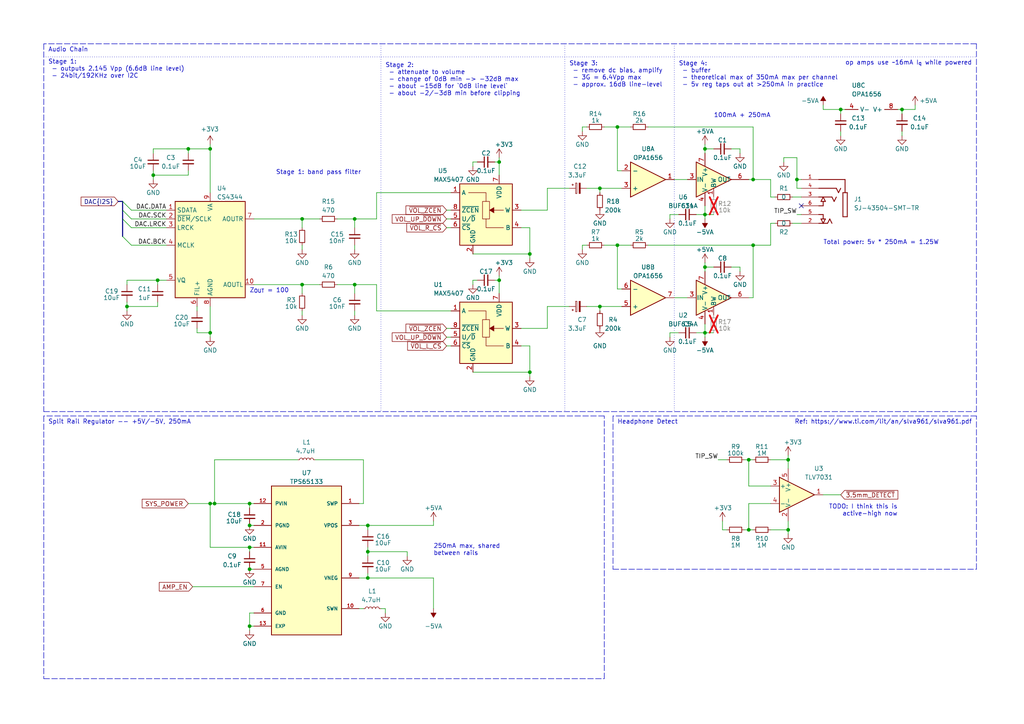
<source format=kicad_sch>
(kicad_sch (version 20230121) (generator eeschema)
  (paper "A4")
  (title_block (title "TANGARA") (date "2023-05-30") (rev "4") (company "made by jacqueline") (comment 1 "SPDX-License-Identifier: CERN-OHL-S-2.0"))
  (lib_symbols
    (symbol "Comparator:TLV7031DBV" (pin_names (offset 0.127))
      (property "Reference" "U" (at -1.27 6.35 0))
      (property "Value" "TLV7031DBV" (at -1.27 3.81 0))
      (symbol "TLV7031DBV_0_1"
        (polyline (pts (xy -5.08 5.08) (xy 5.08 0) (xy -5.08 -5.08) (xy -5.08 5.08)) (stroke (width 0.254)) (fill (type background)))
        (pin power_in line (at -2.54 -7.62 90) (length 3.81) (name "V-") (number "2"))
        (pin power_in line (at -2.54 7.62 270) (length 3.81) (name "V+") (number "5"))
      )
      (symbol "TLV7031DBV_1_1"
        (pin output line (at 7.62 0 180) (length 2.54) (name "~") (number "1"))
        (pin input line (at -7.62 2.54 0) (length 2.54) (name "+") (number "3"))
        (pin input line (at -7.62 -2.54 0) (length 2.54) (name "-") (number "4"))
      )
    )
    (symbol "Device:C_Polarized_Small" (pin_numbers hide) (pin_names (offset 0.254) hide)
      (property "Reference" "C" (at 0.254 1.778 0))
      (property "Value" "C_Polarized_Small" (at 0.254 -2.032 0))
      (symbol "C_Polarized_Small_0_1"
        (rectangle (start -1.524 -0.3048) (end 1.524 -0.6858) (fill (type outline)))
        (rectangle (start -1.524 0.6858) (end 1.524 0.3048))
        (polyline (pts (xy -1.27 1.524) (xy -0.762 1.524)))
        (polyline (pts (xy -1.016 1.27) (xy -1.016 1.778)))
      )
      (symbol "C_Polarized_Small_1_1"
        (pin passive line (at 0 2.54 270) (length 1.8542) (name "~") (number "1"))
        (pin passive line (at 0 -2.54 90) (length 1.8542) (name "~") (number "2"))
      )
    )
    (symbol "Device:C_Small" (pin_numbers hide) (pin_names (offset 0.254) hide)
      (property "Reference" "C" (at 0.254 1.778 0))
      (property "Value" "C_Small" (at 0.254 -2.032 0))
      (symbol "C_Small_0_1"
        (polyline (pts (xy -1.524 -0.508) (xy 1.524 -0.508)) (stroke (width 0.3302)))
        (polyline (pts (xy -1.524 0.508) (xy 1.524 0.508)) (stroke (width 0.3048)))
      )
      (symbol "C_Small_1_1"
        (pin passive line (at 0 2.54 270) (length 2.032) (name "~") (number "1"))
        (pin passive line (at 0 -2.54 90) (length 2.032) (name "~") (number "2"))
      )
    )
    (symbol "Device:L_Small" (pin_numbers hide) (pin_names (offset 0.254) hide)
      (property "Reference" "L" (at 0.762 1.016 0))
      (property "Value" "L_Small" (at 0.762 -1.016 0))
      (symbol "L_Small_0_1"
        (arc (start 0 -2.032) (mid 0.5058 -1.524) (end 0 -1.016))
        (arc (start 0 -1.016) (mid 0.5058 -0.508) (end 0 0))
        (arc (start 0 0) (mid 0.5058 0.508) (end 0 1.016))
        (arc (start 0 1.016) (mid 0.5058 1.524) (end 0 2.032))
      )
      (symbol "L_Small_1_1"
        (pin passive line (at 0 2.54 270) (length 0.508) (name "~") (number "1"))
        (pin passive line (at 0 -2.54 90) (length 0.508) (name "~") (number "2"))
      )
    )
    (symbol "Device:Opamp_Dual"
      (property "Reference" "U" (at 0 5.08 0))
      (property "Value" "Opamp_Dual" (at 0 -5.08 0))
      (symbol "Opamp_Dual_1_1"
        (polyline (pts (xy -5.08 5.08) (xy 5.08 0) (xy -5.08 -5.08) (xy -5.08 5.08)) (stroke (width 0.254)) (fill (type background)))
        (pin output line (at 7.62 0 180) (length 2.54) (name "~") (number "1"))
        (pin input line (at -7.62 -2.54 0) (length 2.54) (name "-") (number "2"))
        (pin input line (at -7.62 2.54 0) (length 2.54) (name "+") (number "3"))
      )
      (symbol "Opamp_Dual_2_1"
        (polyline (pts (xy -5.08 5.08) (xy 5.08 0) (xy -5.08 -5.08) (xy -5.08 5.08)) (stroke (width 0.254)) (fill (type background)))
        (pin input line (at -7.62 2.54 0) (length 2.54) (name "+") (number "5"))
        (pin input line (at -7.62 -2.54 0) (length 2.54) (name "-") (number "6"))
        (pin output line (at 7.62 0 180) (length 2.54) (name "~") (number "7"))
      )
      (symbol "Opamp_Dual_3_1"
        (pin power_in line (at -2.54 -7.62 90) (length 3.81) (name "V-") (number "4"))
        (pin power_in line (at -2.54 7.62 270) (length 3.81) (name "V+") (number "8"))
      )
    )
    (symbol "Device:R_Small" (pin_numbers hide) (pin_names (offset 0.254) hide)
      (property "Reference" "R" (at 0.762 0.508 0))
      (property "Value" "R_Small" (at 0.762 -1.016 0))
      (symbol "R_Small_0_1"
        (rectangle (start -0.762 1.778) (end 0.762 -1.778) (stroke (width 0.2032)))
      )
      (symbol "R_Small_1_1"
        (pin passive line (at 0 2.54 270) (length 0.762) (name "~") (number "1"))
        (pin passive line (at 0 -2.54 90) (length 0.762) (name "~") (number "2"))
      )
    )
    (symbol "MAX5407_1"
      (property "Reference" "U" (at -7.62 8.89 0))
      (property "Value" "MAX5407" (at 1.27 8.89 0))
      (symbol "MAX5407_1_0_1"
        (polyline (pts (xy 0 -2.54) (xy 0 -5.08) (xy 5.08 -5.08)))
        (polyline (pts (xy 5.08 0) (xy 3.81 0) (xy 1.27 0)))
        (polyline (pts (xy -5.08 5.08) (xy -2.54 5.08) (xy -2.54 5.08) (xy 0 5.08) (xy 0 2.54)))
      )
      (symbol "MAX5407_1_1_0"
        (pin passive line (at -10.16 -5.08 0) (length 2.54) (name "~{CS}") (number "6"))
        (pin passive line (at 3.81 10.16 270) (length 2.54) (name "VDD") (number "7"))
      )
      (symbol "MAX5407_1_1_1"
        (rectangle (start -7.62 7.62) (end 7.62 -10.16) (stroke (width 0.254)) (fill (type background)))
        (polyline (pts (xy 2.286 -0.762) (xy 2.286 0.762) (xy 1.016 0) (xy 2.286 -0.762)) (fill (type outline)))
        (rectangle (start 1.016 -2.54) (end -1.016 2.54))
        (pin passive line (at -10.16 5.08 0) (length 2.54) (name "A") (number "1"))
        (pin passive line (at -3.81 -12.7 90) (length 2.54) (name "GND") (number "2"))
        (pin passive line (at 10.16 0 180) (length 2.54) (name "W") (number "3"))
        (pin passive line (at 10.16 -5.08 180) (length 2.54) (name "B") (number "4"))
        (pin power_in line (at -10.16 -2.54 0) (length 2.54) (name "U/~{D}") (number "5"))
        (pin power_in line (at -10.16 0 0) (length 2.54) (name "~{ZCEN}") (number "8"))
      )
    )
    (symbol "power:+3V3" (power) (pin_names (offset 0))
      (property "Value" "+3V3" (at 0 3.556 0))
      (symbol "+3V3_0_1"
        (polyline (pts (xy -0.762 1.27) (xy 0 2.54)))
        (polyline (pts (xy 0 0) (xy 0 2.54)))
        (polyline (pts (xy 0 2.54) (xy 0.762 1.27)))
      )
      (symbol "+3V3_1_1"
        (pin power_in line (at 0 0 90) (length 0) hide (name "+3V3") (number "1"))
      )
    )
    (symbol "power:+5VA" (power) (pin_names (offset 0))
      (property "Value" "+5VA" (at 0 3.556 0))
      (symbol "+5VA_0_1"
        (polyline (pts (xy -0.762 1.27) (xy 0 2.54)))
        (polyline (pts (xy 0 0) (xy 0 2.54)))
        (polyline (pts (xy 0 2.54) (xy 0.762 1.27)))
      )
      (symbol "+5VA_1_1"
        (pin power_in line (at 0 0 90) (length 0) hide (name "+5VA") (number "1"))
      )
    )
    (symbol "power:-5VA" (power) (pin_names (offset 0))
      (property "Value" "-5VA" (at 0 3.81 0))
      (symbol "-5VA_0_0"
        (pin power_in line (at 0 0 90) (length 0) hide (name "-5VA") (number "1"))
      )
      (symbol "-5VA_0_1"
        (polyline (pts (xy 0 0) (xy 0 1.27) (xy 0.762 1.27) (xy 0 2.54) (xy -0.762 1.27) (xy 0 1.27)) (fill (type outline)))
      )
    )
    (symbol "power:GND" (power) (pin_names (offset 0))
      (property "Value" "GND" (at 0 -3.81 0))
      (symbol "GND_0_1"
        (polyline (pts (xy 0 0) (xy 0 -1.27) (xy 1.27 -1.27) (xy 0 -2.54) (xy -1.27 -1.27) (xy 0 -1.27)))
      )
      (symbol "GND_1_1"
        (pin power_in line (at 0 0 270) (length 0) hide (name "GND") (number "1"))
      )
    )
    (symbol "symbols:BUF634A" (pin_names (offset 0.127))
      (property "Reference" "U" (at 6.35 2.54 0))
      (property "Value" "BUF634A" (at 7.62 -2.54 0))
      (symbol "BUF634A_0_1"
        (polyline (pts (xy 5.08 0) (xy -5.08 5.08) (xy -5.08 -5.08) (xy 5.08 0)) (stroke (width 0.254)) (fill (type background)))
      )
      (symbol "BUF634A_1_1"
        (pin input line (at 0 -5.08 90) (length 2.54) (name "BW") (number "1"))
        (pin no_connect line (at -1.27 -1.27 180) (length 2.54) hide (name "NC") (number "2"))
        (pin input line (at -7.62 0 0) (length 2.54) (name "IN") (number "3"))
        (pin power_in line (at -2.54 -7.62 90) (length 3.81) (name "V-") (number "4"))
        (pin no_connect line (at -5.08 -2.54 0) (length 2.54) hide (name "NC") (number "5"))
        (pin output line (at 10.16 0 180) (length 5.08) (name "OUT") (number "6"))
        (pin power_in line (at -2.54 7.62 270) (length 3.81) (name "V+") (number "7"))
        (pin no_connect line (at 0 0 180) (length 2.54) hide (name "NC") (number "8"))
        (pin power_in line (at -2.54 -7.62 90) (length 2.54) hide (name "EP") (number "9"))
      )
    )
    (symbol "symbols:CS4334_1"
      (property "Reference" "U" (at -10.16 8.89 0))
      (property "Value" "CS4334" (at 6.35 -8.89 0))
      (symbol "CS4334_1_0_1"
        (rectangle (start -10.16 7.62) (end 10.16 -20.32) (stroke (width 0.254)) (fill (type background)))
      )
      (symbol "CS4334_1_1_0"
        (pin output line (at -12.7 -15.24 0) (length 2.54) (name "VQ") (number "5"))
        (pin output line (at -3.81 -22.86 90) (length 2.54) (name "FIL+") (number "6"))
      )
      (symbol "CS4334_1_1_1"
        (pin input line (at -12.7 5.08 0) (length 2.54) (name "SDATA") (number "1"))
        (pin output line (at 12.7 -16.51 180) (length 2.54) (name "AOUTL") (number "10"))
        (pin input line (at -12.7 2.54 0) (length 2.54) (name "~{DEM}/SCLK") (number "2"))
        (pin input line (at -12.7 0 0) (length 2.54) (name "LRCK") (number "3"))
        (pin input line (at -12.7 -5.08 0) (length 2.54) (name "MCLK") (number "4"))
        (pin output line (at 12.7 2.54 180) (length 2.54) (name "AOUTR") (number "7"))
        (pin power_in line (at 0 -22.86 90) (length 2.54) (name "AGND") (number "8"))
        (pin power_in line (at 0 10.16 270) (length 2.54) (name "VA") (number "9"))
      )
    )
    (symbol "symbols:MAX5407"
      (property "Reference" "U" (at -7.62 8.89 0))
      (property "Value" "MAX5407" (at 1.27 8.89 0))
      (symbol "MAX5407_0_1"
        (polyline (pts (xy 0 -2.54) (xy 0 -5.08) (xy 5.08 -5.08)))
        (polyline (pts (xy 5.08 0) (xy 3.81 0) (xy 1.27 0)))
        (polyline (pts (xy -5.08 5.08) (xy -2.54 5.08) (xy -2.54 5.08) (xy 0 5.08) (xy 0 2.54)))
      )
      (symbol "MAX5407_1_0"
        (pin passive line (at -10.16 -5.08 0) (length 2.54) (name "~{CS}") (number "6"))
        (pin passive line (at 3.81 10.16 270) (length 2.54) (name "VDD") (number "7"))
      )
      (symbol "MAX5407_1_1"
        (rectangle (start -7.62 7.62) (end 7.62 -10.16) (stroke (width 0.254)) (fill (type background)))
        (polyline (pts (xy 2.286 -0.762) (xy 2.286 0.762) (xy 1.016 0) (xy 2.286 -0.762)) (fill (type outline)))
        (rectangle (start 1.016 -2.54) (end -1.016 2.54))
        (pin passive line (at -10.16 5.08 0) (length 2.54) (name "A") (number "1"))
        (pin passive line (at -3.81 -12.7 90) (length 2.54) (name "GND") (number "2"))
        (pin passive line (at 10.16 0 180) (length 2.54) (name "W") (number "3"))
        (pin passive line (at 10.16 -5.08 180) (length 2.54) (name "B") (number "4"))
        (pin power_in line (at -10.16 -2.54 0) (length 2.54) (name "U/~{D}") (number "5"))
        (pin power_in line (at -10.16 0 0) (length 2.54) (name "~{ZCEN}") (number "8"))
      )
    )
    (symbol "symbols:SJ-43504-SMT-TR" (pin_names (offset 1.016))
      (property "Reference" "J" (at -8.9086 6.3633 0))
      (property "Value" "SJ-43504-SMT-TR" (at -8.8984 -11.4407 0))
      (symbol "SJ-43504-SMT-TR_0_0"
        (polyline (pts (xy -8.255 -5.715) (xy -8.255 1.27)) (stroke (width 0.254)))
        (polyline (pts (xy -8.255 1.27) (xy -7.62 1.27)) (stroke (width 0.254)))
        (polyline (pts (xy -7.62 1.27) (xy -6.985 1.27)) (stroke (width 0.254)))
        (polyline (pts (xy -7.62 5.08) (xy -7.62 1.27)) (stroke (width 0.254)))
        (polyline (pts (xy -6.985 -5.715) (xy -8.255 -5.715)) (stroke (width 0.254)))
        (polyline (pts (xy -6.985 1.27) (xy -6.985 -5.715)) (stroke (width 0.254)))
        (polyline (pts (xy -5.715 1.27) (xy -6.35 2.54)) (stroke (width 0.254)))
        (polyline (pts (xy -5.08 2.54) (xy -5.715 1.27)) (stroke (width 0.254)))
        (polyline (pts (xy -4.445 -1.27) (xy -5.08 0)) (stroke (width 0.254)))
        (polyline (pts (xy -3.81 0) (xy -4.445 -1.27)) (stroke (width 0.254)))
        (polyline (pts (xy -3.175 -6.35) (xy -3.81 -7.62)) (stroke (width 0.254)))
        (polyline (pts (xy -2.54 -7.62) (xy -3.175 -6.35)) (stroke (width 0.254)))
        (polyline (pts (xy -1.905 -6.35) (xy -1.27 -6.35)) (stroke (width 0.254)))
        (polyline (pts (xy -1.905 -1.27) (xy -1.27 -1.27)) (stroke (width 0.254)))
        (polyline (pts (xy -1.27 -7.62) (xy -2.54 -7.62)) (stroke (width 0.254)))
        (polyline (pts (xy -1.27 -7.62) (xy -1.905 -6.35)) (stroke (width 0.254)))
        (polyline (pts (xy -1.27 -6.35) (xy -0.635 -6.35)) (stroke (width 0.254)))
        (polyline (pts (xy -1.27 -5.08) (xy -1.27 -6.35)) (stroke (width 0.254)))
        (polyline (pts (xy -1.27 -2.54) (xy -1.27 -1.27)) (stroke (width 0.254)))
        (polyline (pts (xy -1.27 -1.27) (xy -0.635 -1.27)) (stroke (width 0.254)))
        (polyline (pts (xy -1.27 0) (xy -3.81 0)) (stroke (width 0.254)))
        (polyline (pts (xy -1.27 0) (xy -1.905 -1.27)) (stroke (width 0.254)))
        (polyline (pts (xy -0.635 -6.35) (xy -1.27 -7.62)) (stroke (width 0.254)))
        (polyline (pts (xy -0.635 -1.27) (xy -1.27 0)) (stroke (width 0.254)))
        (polyline (pts (xy 0 -7.62) (xy -1.27 -7.62)) (stroke (width 0.254)))
        (polyline (pts (xy 0 -5.08) (xy -1.27 -5.08)) (stroke (width 0.254)))
        (polyline (pts (xy 0 -2.54) (xy -1.27 -2.54)) (stroke (width 0.254)))
        (polyline (pts (xy 0 0) (xy -1.27 0)) (stroke (width 0.254)))
        (polyline (pts (xy 0 2.54) (xy -5.08 2.54)) (stroke (width 0.254)))
        (polyline (pts (xy 0 5.08) (xy -7.62 5.08)) (stroke (width 0.254)))
        (pin passive line (at 5.08 5.08 180) (length 5.08) (name "~") (number "1"))
        (pin passive line (at 5.08 -7.62 180) (length 5.08) (name "~") (number "2"))
        (pin passive line (at 5.08 0 180) (length 5.08) (name "~") (number "3"))
        (pin passive line (at 5.08 2.54 180) (length 5.08) (name "~") (number "4"))
        (pin passive line (at 5.08 -5.08 180) (length 5.08) (name "~") (number "5"))
        (pin passive line (at 5.08 -2.54 180) (length 5.08) (name "~") (number "6"))
      )
    )
    (symbol "symbols:TPS65135RTER" (pin_names (offset 1.016))
      (property "Reference" "U" (at -10.16 23.622 0))
      (property "Value" "TPS65135RTER" (at -10.16 -22.86 0))
      (symbol "TPS65135RTER_0_0"
        (rectangle (start -10.16 22.86) (end 10.16 -20.32) (stroke (width 0.254)) (fill (type background)))
        (pin bidirectional line (at 15.24 17.78 180) (length 5.08) (name "SWP") (number "1"))
        (pin bidirectional line (at 15.24 -12.7 180) (length 5.08) (name "SWN") (number "10"))
        (pin bidirectional line (at -15.24 5.08 0) (length 5.08) (name "AVIN") (number "11"))
        (pin bidirectional line (at -15.24 17.78 0) (length 5.08) (name "PVIN") (number "12"))
        (pin power_in line (at -15.24 -17.78 0) (length 5.08) (name "EXP") (number "13"))
        (pin power_in line (at -15.24 11.43 0) (length 5.08) (name "PGND") (number "2"))
        (pin output line (at 15.24 11.43 180) (length 5.08) (name "VPOS") (number "3"))
        (pin power_in line (at -15.24 -13.97 0) (length 5.08) hide (name "GND") (number "4"))
        (pin input line (at -15.24 -1.27 0) (length 5.08) (name "AGND") (number "5"))
        (pin power_in line (at -15.24 -13.97 0) (length 5.08) (name "GND") (number "6"))
        (pin input line (at -15.24 -6.35 0) (length 5.08) (name "EN") (number "7"))
        (pin output line (at -15.24 -13.97 0) (length 5.08) hide (name "GND") (number "8"))
        (pin output line (at 15.24 -3.81 180) (length 5.08) (name "VNEG") (number "9"))
      )
    )
  )
  (junction (at 204.47 43.18))
  (junction (at 261.62 31.75))
  (junction (at 153.67 107.95))
  (junction (at 44.45 50.8))
  (junction (at 45.72 81.28))
  (junction (at 60.96 96.52))
  (junction (at 36.83 88.9))
  (junction (at 54.61 43.18))
  (junction (at 87.63 82.55))
  (junction (at 179.07 71.12))
  (junction (at 204.47 96.52))
  (junction (at 60.96 146.05))
  (junction (at 228.6 153.67))
  (junction (at 72.39 181.61))
  (junction (at 144.78 81.28))
  (junction (at 153.67 73.66))
  (junction (at 106.68 167.64))
  (junction (at 72.39 165.1))
  (junction (at 218.44 71.12))
  (junction (at 72.39 152.4))
  (junction (at 173.99 54.61))
  (junction (at 60.96 43.18))
  (junction (at 179.07 36.83))
  (junction (at 173.99 88.9))
  (junction (at 72.39 158.75))
  (junction (at 62.23 146.05))
  (junction (at 231.14 52.07))
  (junction (at 218.44 52.07))
  (junction (at 217.17 133.35))
  (junction (at 106.68 152.4))
  (junction (at 102.87 82.55))
  (junction (at 106.68 160.02))
  (junction (at 144.78 46.99))
  (junction (at 72.39 146.05))
  (junction (at 204.47 77.47))
  (junction (at 217.17 153.67))
  (junction (at 243.84 31.75))
  (junction (at 204.47 62.23))
  (junction (at 87.63 63.5))
  (junction (at 228.6 133.35))
  (junction (at 102.87 63.5))
  (no_connect (at 232.41 59.69))
  (bus_entry (at 35.56 63.5) (size 2.54 2.54))
  (bus_entry (at 35.56 60.96) (size 2.54 2.54))
  (bus_entry (at 35.56 58.42) (size 2.54 2.54))
  (bus_entry (at 35.56 68.58) (size 2.54 2.54))
  (wire (pts (xy 57.15 90.17) (xy 57.15 88.9)))
  (wire (pts (xy 153.67 107.95) (xy 153.67 100.33)))
  (wire (pts (xy 54.61 43.18) (xy 60.96 43.18)))
  (wire (pts (xy 104.14 146.05) (xy 105.41 146.05)))
  (polyline (pts (xy 175.26 120.65) (xy 12.7 120.65)) (stroke (width 0) (type dash)))
  (polyline (pts (xy 12.7 16.51) (xy 283.21 16.51)) (stroke (width 0) (type dot)))
  (wire (pts (xy 214.63 43.18) (xy 212.09 43.18)))
  (wire (pts (xy 44.45 49.53) (xy 44.45 50.8)))
  (wire (pts (xy 54.61 50.8) (xy 44.45 50.8)))
  (wire (pts (xy 207.01 77.47) (xy 204.47 77.47)))
  (polyline (pts (xy 283.21 12.7) (xy 12.7 12.7)) (stroke (width 0) (type dash)))
  (wire (pts (xy 261.62 31.75) (xy 260.35 31.75)))
  (wire (pts (xy 180.34 83.82) (xy 179.07 83.82)))
  (wire (pts (xy 137.16 107.95) (xy 153.67 107.95)))
  (polyline (pts (xy 283.21 119.38) (xy 283.21 12.7)) (stroke (width 0) (type dash)))
  (wire (pts (xy 60.96 43.18) (xy 60.96 55.88)))
  (wire (pts (xy 238.76 31.75) (xy 243.84 31.75)))
  (polyline (pts (xy 163.83 12.7) (xy 163.83 119.38)) (stroke (width 0) (type dot)))
  (wire (pts (xy 153.67 66.04) (xy 151.13 66.04)))
  (wire (pts (xy 62.23 133.35) (xy 86.36 133.35)))
  (wire (pts (xy 105.41 176.53) (xy 104.14 176.53)))
  (wire (pts (xy 243.84 31.75) (xy 245.11 31.75)))
  (wire (pts (xy 223.52 57.15) (xy 224.79 57.15)))
  (wire (pts (xy 44.45 44.45) (xy 44.45 43.18)))
  (wire (pts (xy 60.96 158.75) (xy 60.96 146.05)))
  (wire (pts (xy 151.13 95.25) (xy 158.75 95.25)))
  (wire (pts (xy 223.52 140.97) (xy 217.17 140.97)))
  (wire (pts (xy 153.67 73.66) (xy 153.67 66.04)))
  (wire (pts (xy 143.51 81.28) (xy 144.78 81.28)))
  (wire (pts (xy 173.99 88.9) (xy 180.34 88.9)))
  (wire (pts (xy 209.55 153.67) (xy 210.82 153.67)))
  (wire (pts (xy 111.76 176.53) (xy 111.76 177.8)))
  (wire (pts (xy 261.62 39.37) (xy 261.62 38.1)))
  (wire (pts (xy 60.96 146.05) (xy 62.23 146.05)))
  (polyline (pts (xy 283.21 120.65) (xy 177.8 120.65)) (stroke (width 0) (type dash)))
  (wire (pts (xy 238.76 143.51) (xy 243.84 143.51)))
  (bus (pts (xy 35.56 60.96) (xy 35.56 63.5)))
  (wire (pts (xy 227.33 45.72) (xy 227.33 46.99)))
  (wire (pts (xy 129.54 97.79) (xy 130.81 97.79)))
  (wire (pts (xy 179.07 36.83) (xy 182.88 36.83)))
  (wire (pts (xy 105.41 146.05) (xy 105.41 133.35)))
  (wire (pts (xy 207.01 43.18) (xy 204.47 43.18)))
  (wire (pts (xy 151.13 60.96) (xy 158.75 60.96)))
  (wire (pts (xy 106.68 152.4) (xy 106.68 153.67)))
  (wire (pts (xy 194.31 63.5) (xy 194.31 62.23)))
  (wire (pts (xy 60.96 96.52) (xy 60.96 88.9)))
  (wire (pts (xy 243.84 33.02) (xy 243.84 31.75)))
  (wire (pts (xy 72.39 182.88) (xy 72.39 181.61)))
  (wire (pts (xy 137.16 82.55) (xy 137.16 81.28)))
  (wire (pts (xy 228.6 132.08) (xy 228.6 133.35)))
  (wire (pts (xy 187.96 71.12) (xy 218.44 71.12)))
  (wire (pts (xy 125.73 167.64) (xy 106.68 167.64)))
  (wire (pts (xy 223.52 57.15) (xy 223.52 52.07)))
  (wire (pts (xy 109.22 55.88) (xy 109.22 63.5)))
  (wire (pts (xy 231.14 52.07) (xy 232.41 52.07)))
  (wire (pts (xy 62.23 146.05) (xy 62.23 133.35)))
  (wire (pts (xy 204.47 62.23) (xy 207.01 62.23)))
  (wire (pts (xy 153.67 74.93) (xy 153.67 73.66)))
  (wire (pts (xy 217.17 140.97) (xy 217.17 133.35)))
  (wire (pts (xy 158.75 60.96) (xy 158.75 54.61)))
  (wire (pts (xy 261.62 33.02) (xy 261.62 31.75)))
  (bus (pts (xy 35.56 63.5) (xy 35.56 68.58)))
  (wire (pts (xy 102.87 82.55) (xy 109.22 82.55)))
  (wire (pts (xy 54.61 43.18) (xy 54.61 44.45)))
  (wire (pts (xy 265.43 31.75) (xy 261.62 31.75)))
  (wire (pts (xy 223.52 146.05) (xy 217.17 146.05)))
  (wire (pts (xy 194.31 62.23) (xy 196.85 62.23)))
  (wire (pts (xy 106.68 160.02) (xy 106.68 161.29)))
  (wire (pts (xy 125.73 151.13) (xy 125.73 152.4)))
  (wire (pts (xy 231.14 45.72) (xy 227.33 45.72)))
  (polyline (pts (xy 283.21 165.1) (xy 283.21 120.65)) (stroke (width 0) (type dash)))
  (wire (pts (xy 218.44 52.07) (xy 218.44 36.83)))
  (wire (pts (xy 44.45 43.18) (xy 54.61 43.18)))
  (wire (pts (xy 137.16 73.66) (xy 153.67 73.66)))
  (wire (pts (xy 215.9 153.67) (xy 217.17 153.67)))
  (wire (pts (xy 87.63 63.5) (xy 92.71 63.5)))
  (wire (pts (xy 179.07 49.53) (xy 179.07 36.83)))
  (wire (pts (xy 223.52 52.07) (xy 218.44 52.07)))
  (wire (pts (xy 106.68 152.4) (xy 125.73 152.4)))
  (wire (pts (xy 204.47 97.79) (xy 204.47 96.52)))
  (wire (pts (xy 36.83 88.9) (xy 36.83 90.17)))
  (wire (pts (xy 204.47 41.91) (xy 204.47 43.18)))
  (wire (pts (xy 215.9 133.35) (xy 217.17 133.35)))
  (wire (pts (xy 73.66 82.55) (xy 87.63 82.55)))
  (wire (pts (xy 223.52 71.12) (xy 218.44 71.12)))
  (wire (pts (xy 38.1 60.96) (xy 48.26 60.96)))
  (wire (pts (xy 137.16 46.99) (xy 138.43 46.99)))
  (wire (pts (xy 38.1 63.5) (xy 48.26 63.5)))
  (wire (pts (xy 201.93 62.23) (xy 204.47 62.23)))
  (wire (pts (xy 187.96 36.83) (xy 218.44 36.83)))
  (wire (pts (xy 223.52 133.35) (xy 228.6 133.35)))
  (wire (pts (xy 109.22 90.17) (xy 130.81 90.17)))
  (wire (pts (xy 231.14 62.23) (xy 232.41 62.23)))
  (wire (pts (xy 104.14 152.4) (xy 106.68 152.4)))
  (wire (pts (xy 62.23 146.05) (xy 72.39 146.05)))
  (wire (pts (xy 218.44 86.36) (xy 218.44 71.12)))
  (wire (pts (xy 173.99 90.17) (xy 173.99 88.9)))
  (wire (pts (xy 153.67 109.22) (xy 153.67 107.95)))
  (bus (pts (xy 34.29 58.42) (xy 35.56 58.42)))
  (wire (pts (xy 170.18 54.61) (xy 173.99 54.61)))
  (wire (pts (xy 72.39 181.61) (xy 73.66 181.61)))
  (wire (pts (xy 57.15 95.25) (xy 57.15 96.52)))
  (wire (pts (xy 173.99 55.88) (xy 173.99 54.61)))
  (bus (pts (xy 35.56 58.42) (xy 35.56 60.96)))
  (polyline (pts (xy 177.8 165.1) (xy 283.21 165.1)) (stroke (width 0) (type dash)))
  (wire (pts (xy 170.18 88.9) (xy 173.99 88.9)))
  (wire (pts (xy 106.68 158.75) (xy 106.68 160.02)))
  (wire (pts (xy 217.17 153.67) (xy 218.44 153.67)))
  (wire (pts (xy 194.31 96.52) (xy 196.85 96.52)))
  (wire (pts (xy 54.61 146.05) (xy 60.96 146.05)))
  (polyline (pts (xy 12.7 12.7) (xy 12.7 119.38)) (stroke (width 0) (type dash)))
  (wire (pts (xy 228.6 154.94) (xy 228.6 153.67)))
  (wire (pts (xy 87.63 85.09) (xy 87.63 82.55)))
  (wire (pts (xy 204.47 96.52) (xy 204.47 93.98)))
  (wire (pts (xy 204.47 76.2) (xy 204.47 77.47)))
  (wire (pts (xy 231.14 52.07) (xy 231.14 45.72)))
  (polyline (pts (xy 175.26 196.85) (xy 175.26 120.65)) (stroke (width 0) (type dash)))
  (wire (pts (xy 57.15 96.52) (xy 60.96 96.52)))
  (wire (pts (xy 194.31 97.79) (xy 194.31 96.52)))
  (wire (pts (xy 137.16 81.28) (xy 138.43 81.28)))
  (wire (pts (xy 102.87 72.39) (xy 102.87 71.12)))
  (wire (pts (xy 73.66 63.5) (xy 87.63 63.5)))
  (wire (pts (xy 231.14 54.61) (xy 232.41 54.61)))
  (wire (pts (xy 87.63 91.44) (xy 87.63 90.17)))
  (wire (pts (xy 204.47 62.23) (xy 204.47 59.69)))
  (wire (pts (xy 195.58 52.07) (xy 199.39 52.07)))
  (wire (pts (xy 158.75 95.25) (xy 158.75 88.9)))
  (wire (pts (xy 153.67 100.33) (xy 151.13 100.33)))
  (wire (pts (xy 217.17 133.35) (xy 218.44 133.35)))
  (wire (pts (xy 54.61 49.53) (xy 54.61 50.8)))
  (wire (pts (xy 144.78 80.01) (xy 144.78 81.28)))
  (wire (pts (xy 223.52 64.77) (xy 223.52 71.12)))
  (wire (pts (xy 118.11 160.02) (xy 106.68 160.02)))
  (wire (pts (xy 214.63 77.47) (xy 212.09 77.47)))
  (wire (pts (xy 87.63 72.39) (xy 87.63 71.12)))
  (wire (pts (xy 102.87 63.5) (xy 109.22 63.5)))
  (wire (pts (xy 243.84 39.37) (xy 243.84 38.1)))
  (wire (pts (xy 87.63 66.04) (xy 87.63 63.5)))
  (polyline (pts (xy 12.7 120.65) (xy 12.7 196.85)) (stroke (width 0) (type dash)))
  (wire (pts (xy 55.88 170.18) (xy 73.66 170.18)))
  (wire (pts (xy 265.43 31.75) (xy 265.43 30.48)))
  (wire (pts (xy 104.14 167.64) (xy 106.68 167.64)))
  (polyline (pts (xy 12.7 196.85) (xy 175.26 196.85)) (stroke (width 0) (type dash)))
  (wire (pts (xy 60.96 97.79) (xy 60.96 96.52)))
  (wire (pts (xy 129.54 63.5) (xy 130.81 63.5)))
  (wire (pts (xy 72.39 165.1) (xy 73.66 165.1)))
  (wire (pts (xy 129.54 100.33) (xy 130.81 100.33)))
  (wire (pts (xy 72.39 158.75) (xy 73.66 158.75)))
  (wire (pts (xy 209.55 151.13) (xy 209.55 153.67)))
  (wire (pts (xy 129.54 60.96) (xy 130.81 60.96)))
  (wire (pts (xy 129.54 66.04) (xy 130.81 66.04)))
  (wire (pts (xy 72.39 152.4) (xy 73.66 152.4)))
  (wire (pts (xy 223.52 64.77) (xy 224.79 64.77)))
  (wire (pts (xy 144.78 85.09) (xy 144.78 81.28)))
  (wire (pts (xy 204.47 63.5) (xy 204.47 62.23)))
  (wire (pts (xy 137.16 48.26) (xy 137.16 46.99)))
  (wire (pts (xy 143.51 46.99) (xy 144.78 46.99)))
  (wire (pts (xy 173.99 54.61) (xy 180.34 54.61)))
  (wire (pts (xy 38.1 71.12) (xy 48.26 71.12)))
  (wire (pts (xy 125.73 176.53) (xy 125.73 167.64)))
  (wire (pts (xy 105.41 133.35) (xy 91.44 133.35)))
  (wire (pts (xy 36.83 81.28) (xy 36.83 82.55)))
  (wire (pts (xy 204.47 96.52) (xy 207.01 96.52)))
  (wire (pts (xy 208.28 133.35) (xy 210.82 133.35)))
  (wire (pts (xy 45.72 87.63) (xy 45.72 88.9)))
  (wire (pts (xy 217.17 86.36) (xy 218.44 86.36)))
  (wire (pts (xy 72.39 146.05) (xy 72.39 147.32)))
  (wire (pts (xy 195.58 86.36) (xy 199.39 86.36)))
  (wire (pts (xy 72.39 146.05) (xy 73.66 146.05)))
  (wire (pts (xy 106.68 166.37) (xy 106.68 167.64)))
  (wire (pts (xy 204.47 43.18) (xy 204.47 44.45)))
  (wire (pts (xy 102.87 91.44) (xy 102.87 90.17)))
  (wire (pts (xy 102.87 82.55) (xy 102.87 85.09)))
  (wire (pts (xy 110.49 176.53) (xy 111.76 176.53)))
  (wire (pts (xy 180.34 49.53) (xy 179.07 49.53)))
  (wire (pts (xy 175.26 36.83) (xy 179.07 36.83)))
  (wire (pts (xy 109.22 55.88) (xy 130.81 55.88)))
  (wire (pts (xy 204.47 77.47) (xy 204.47 78.74)))
  (wire (pts (xy 217.17 52.07) (xy 218.44 52.07)))
  (wire (pts (xy 168.91 38.1) (xy 168.91 36.83)))
  (wire (pts (xy 129.54 95.25) (xy 130.81 95.25)))
  (wire (pts (xy 179.07 83.82) (xy 179.07 71.12)))
  (wire (pts (xy 228.6 133.35) (xy 228.6 135.89)))
  (wire (pts (xy 72.39 158.75) (xy 60.96 158.75)))
  (wire (pts (xy 87.63 82.55) (xy 92.71 82.55)))
  (wire (pts (xy 158.75 54.61) (xy 165.1 54.61)))
  (wire (pts (xy 38.1 66.04) (xy 48.26 66.04)))
  (wire (pts (xy 48.26 81.28) (xy 45.72 81.28)))
  (wire (pts (xy 45.72 81.28) (xy 36.83 81.28)))
  (wire (pts (xy 45.72 88.9) (xy 36.83 88.9)))
  (wire (pts (xy 201.93 96.52) (xy 204.47 96.52)))
  (wire (pts (xy 36.83 87.63) (xy 36.83 88.9)))
  (wire (pts (xy 214.63 44.45) (xy 214.63 43.18)))
  (wire (pts (xy 217.17 146.05) (xy 217.17 153.67)))
  (wire (pts (xy 118.11 161.29) (xy 118.11 160.02)))
  (wire (pts (xy 73.66 177.8) (xy 72.39 177.8)))
  (wire (pts (xy 72.39 160.02) (xy 72.39 158.75)))
  (wire (pts (xy 168.91 72.39) (xy 168.91 71.12)))
  (wire (pts (xy 179.07 71.12) (xy 182.88 71.12)))
  (wire (pts (xy 45.72 81.28) (xy 45.72 82.55)))
  (wire (pts (xy 223.52 153.67) (xy 228.6 153.67)))
  (wire (pts (xy 231.14 52.07) (xy 231.14 54.61)))
  (polyline (pts (xy 110.49 12.7) (xy 110.49 119.38)) (stroke (width 0) (type dot)))
  (wire (pts (xy 102.87 63.5) (xy 102.87 66.04)))
  (wire (pts (xy 97.79 82.55) (xy 102.87 82.55)))
  (polyline (pts (xy 195.58 12.7) (xy 195.58 119.38)) (stroke (width 0) (type dot)))
  (polyline (pts (xy 177.8 120.65) (xy 177.8 165.1)) (stroke (width 0) (type dash)))
  (wire (pts (xy 44.45 52.07) (xy 44.45 50.8)))
  (wire (pts (xy 168.91 71.12) (xy 170.18 71.12)))
  (wire (pts (xy 238.76 31.75) (xy 238.76 30.48)))
  (wire (pts (xy 97.79 63.5) (xy 102.87 63.5)))
  (wire (pts (xy 144.78 50.8) (xy 144.78 46.99)))
  (wire (pts (xy 228.6 153.67) (xy 228.6 151.13)))
  (wire (pts (xy 175.26 71.12) (xy 179.07 71.12)))
  (wire (pts (xy 144.78 45.72) (xy 144.78 46.99)))
  (wire (pts (xy 214.63 78.74) (xy 214.63 77.47)))
  (wire (pts (xy 109.22 82.55) (xy 109.22 90.17)))
  (polyline (pts (xy 12.7 119.38) (xy 283.21 119.38)) (stroke (width 0) (type dash)))
  (wire (pts (xy 60.96 41.91) (xy 60.96 43.18)))
  (wire (pts (xy 229.87 57.15) (xy 232.41 57.15)))
  (wire (pts (xy 229.87 64.77) (xy 232.41 64.77)))
  (wire (pts (xy 72.39 177.8) (xy 72.39 181.61)))
  (wire (pts (xy 158.75 88.9) (xy 165.1 88.9)))
  (wire (pts (xy 168.91 36.83) (xy 170.18 36.83)))
  (text "Stage 2:\n - attenuate to volume\n - change of 0dB min -> -32dB max\n - about -15dB for `0dB line level`\n - about -2/-3dB min before clipping" (at 111.76 27.94 0) (effects (font (size 1.27 1.27)) (justify left bottom)))
  (text "100mA + 250mA" (at 207.01 34.29 0) (effects (font (size 1.27 1.27)) (justify left bottom)))
  (text "Stage 3:\n - remove dc bias, amplify\n - 3G = 6.4Vpp max\n - approx. 16dB line-level" (at 165.1 25.4 0) (effects (font (size 1.27 1.27)) (justify left bottom)))
  (text "Audio Chain\n" (at 13.97 15.24 0) (effects (font (size 1.27 1.27)) (justify left bottom)))
  (text "Total power: 5v * 250mA = 1.25W" (at 238.76 71.12 0) (effects (font (size 1.27 1.27)) (justify left bottom)))
  (text "TODO: I think this is\nactive-high now" (at 260.35 149.86 0) (effects (font (size 1.27 1.27)) (justify right bottom)))
  (text "Ref: https://www.ti.com/lit/an/slva961/slva961.pdf" (at 281.94 123.19 0) (effects (font (size 1.27 1.27)) (justify right bottom)))
  (text "Stage 1:\n - outputs 2.145 Vpp (6.6dB line level)\n - 24bit/192KHz over I2C" (at 13.97 22.86 0) (effects (font (size 1.27 1.27)) (justify left bottom)))
  (text "250mA max, shared\nbetween rails" (at 125.73 161.29 0) (effects (font (size 1.27 1.27)) (justify left bottom)))
  (text "Z_{OUT} = 100" (at 72.39 85.09 0) (effects (font (size 1.27 1.27)) (justify left bottom)))
  (text "op amps use ~16mA I_{q} while powered" (at 281.94 19.05 0) (effects (font (size 1.27 1.27)) (justify right bottom)))
  (text "Stage 4:\n - buffer\n - theoretical max of 350mA max per channel\n - 5v reg taps out at >250mA in practice" (at 196.85 25.4 0) (effects (font (size 1.27 1.27)) (justify left bottom)))
  (text "Headphone Detect" (at 179.07 123.19 0) (effects (font (size 1.27 1.27)) (justify left bottom)))
  (text "Split Rail Regulator -- +5V/-5V, 250mA" (at 13.97 123.19 0) (effects (font (size 1.27 1.27)) (justify left bottom)))
  (text "Stage 1: band pass filter" (at 80.01 50.8 0) (effects (font (size 1.27 1.27)) (justify left bottom)))
  (label "TIP_SW" (at 231.14 62.23 180))
  (label "DAC.LRCK" (at 48.26 66.04 180))
  (label "TIP_SW" (at 208.28 133.35 180))
  (label "DAC.BCK" (at 48.26 71.12 180))
  (label "DAC.DATA" (at 48.26 60.96 180))
  (label "DAC.SCK" (at 48.26 63.5 180))
  (global_label "~{VOL_L_CS}" (shape input) (at 129.54 100.33 180) (property "Intersheetrefs" "${INTERSHEET_REFS}" (effects hide)))
  (global_label "VOL_UP_~{DOWN}" (shape input) (at 129.54 97.79 180) (property "Intersheetrefs" "${INTERSHEET_REFS}" (effects hide)))
  (global_label "~{VOL_ZCEN}" (shape input) (at 129.54 95.25 180) (property "Intersheetrefs" "${INTERSHEET_REFS}" (effects hide)))
  (global_label "~{3.5mm_DETECT}" (shape input) (at 243.84 143.51 0) (property "Intersheetrefs" "${INTERSHEET_REFS}" (effects hide)))
  (global_label "AMP_EN" (shape input) (at 55.88 170.18 180) (property "Intersheetrefs" "${INTERSHEET_REFS}" (effects hide)))
  (global_label "~{VOL_R_CS}" (shape input) (at 129.54 66.04 180) (property "Intersheetrefs" "${INTERSHEET_REFS}" (effects hide)))
  (global_label "~{VOL_ZCEN}" (shape input) (at 129.54 60.96 180) (property "Intersheetrefs" "${INTERSHEET_REFS}" (effects hide)))
  (global_label "SYS_POWER" (shape input) (at 54.61 146.05 180) (property "Intersheetrefs" "${INTERSHEET_REFS}" (effects hide)))
  (global_label "VOL_UP_~{DOWN}" (shape input) (at 129.54 63.5 180) (property "Intersheetrefs" "${INTERSHEET_REFS}" (effects hide)))
  (global_label "DAC{I2S}" (shape input) (at 34.29 58.42 180) (property "Intersheetrefs" "${INTERSHEET_REFS}" (effects hide)))
  (symbol (lib_id "Device:Opamp_Dual") (at 187.96 52.07 0) (mirror x) (unit 1)
    (property "Reference" "U8" (at 187.96 43.18 0))
    (property "Value" "OPA1656" (at 187.96 45.72 0))
    (property "Footprint" "Package_SO:SOIC-8_3.9x4.9mm_P1.27mm" (effects hide))
    (property "MPN" "OPA1656IDR" (effects hide))
  )
  (symbol (lib_id "power:GND") (at 72.39 165.1 0) (unit 1)
    (property "Reference" "#PWR015" (effects hide))
    (property "Value" "GND" (at 72.39 168.91 0))
  )
  (symbol (lib_id "symbols:SJ-43504-SMT-TR") (at 237.49 57.15 0) (mirror y) (unit 1)
    (property "Reference" "J1" (at 247.65 57.785 0) (effects (justify right)))
    (property "Value" "SJ-43504-SMT-TR" (at 247.65 60.325 0) (effects (justify right)))
    (property "Footprint" "footprints:CUI_SJ-43504-SMT-TR" (effects hide))
    (property "MPN" "SJ-43504-SMT-TR" (effects hide))
  )
  (symbol (lib_id "Device:R_Small") (at 87.63 68.58 180) (unit 1)
    (property "Reference" "R13" (at 84.455 67.945 0))
    (property "Value" "10k" (at 84.455 69.85 0))
    (property "Footprint" "Resistor_SMD:R_0603_1608Metric" (effects hide))
    (property "MPN" "AC0603JR-0710KL" (effects hide))
  )
  (symbol (lib_id "Device:R_Small") (at 185.42 71.12 90) (unit 1)
    (property "Reference" "R5" (at 185.42 67.31 90))
    (property "Value" "2k" (at 185.42 69.215 90))
    (property "Footprint" "Resistor_SMD:R_0603_1608Metric" (effects hide))
    (property "MPN" "ERJ-3RBD2001V " (effects hide))
  )
  (symbol (lib_id "power:GND") (at 228.6 154.94 0) (unit 1)
    (property "Reference" "#PWR048" (effects hide))
    (property "Value" "GND" (at 228.6 158.75 0))
  )
  (symbol (lib_id "power:GND") (at 194.31 97.79 0) (mirror y) (unit 1)
    (property "Reference" "#PWR09" (effects hide))
    (property "Value" "GND" (at 194.31 101.6 0))
  )
  (symbol (lib_id "Device:C_Small") (at 209.55 77.47 90) (unit 1)
    (property "Reference" "C8" (at 209.55 74.93 90))
    (property "Value" "0.1uF" (at 209.55 80.01 90))
    (property "Footprint" "Capacitor_SMD:C_0603_1608Metric" (effects hide))
    (property "MPN" "EMK107BJ104KAHT" (effects hide))
  )
  (symbol (lib_id "Device:R_Small") (at 207.01 59.69 0) (unit 1) (dnp yes)
    (property "Reference" "R12" (at 210.185 59.055 0))
    (property "Value" "10k" (at 210.185 60.96 0))
    (property "Footprint" "Resistor_SMD:R_0603_1608Metric" (effects hide))
    (property "MPN" "AC0603JR-0710KL" (effects hide))
  )
  (symbol (lib_id "Device:C_Small") (at 102.87 68.58 0) (unit 1)
    (property "Reference" "C15" (at 97.79 67.945 0))
    (property "Value" "10nF" (at 97.79 69.85 0))
    (property "Footprint" "Capacitor_SMD:C_0603_1608Metric" (effects hide))
    (property "MPN" "06035D103JAT2A " (effects hide))
  )
  (symbol (lib_id "power:+3V3") (at 209.55 151.13 0) (mirror y) (unit 1)
    (property "Reference" "#PWR047" (effects hide))
    (property "Value" "+3V3" (at 207.01 147.32 0) (effects (justify right)))
  )
  (symbol (lib_id "power:+5VA") (at 125.73 151.13 0) (unit 1)
    (property "Reference" "#PWR019" (effects hide))
    (property "Value" "+5VA" (at 125.73 147.32 0))
  )
  (symbol (lib_id "Device:L_Small") (at 107.95 176.53 270) (mirror x) (unit 1)
    (property "Reference" "L1" (at 109.22 171.45 90) (effects (justify right)))
    (property "Value" "4.7uH" (at 110.49 173.99 90) (effects (justify right)))
    (property "Footprint" "Inductor_SMD:L_1008_2520Metric" (effects hide))
    (property "MPN" "1239AS-H-4R7M" (effects hide))
  )
  (symbol (lib_id "power:GND") (at 173.99 60.96 0) (unit 1)
    (property "Reference" "#PWR033" (effects hide))
    (property "Value" "GND" (at 173.99 64.77 0))
  )
  (symbol (lib_id "Device:Opamp_Dual") (at 252.73 34.29 270) (unit 3)
    (property "Reference" "U8" (at 247.015 24.765 90) (effects (justify left)))
    (property "Value" "OPA1656" (at 247.015 27.305 90) (effects (justify left)))
    (property "Footprint" "Package_SO:SOIC-8_3.9x4.9mm_P1.27mm" (effects hide))
    (property "MPN" "OPA1656IDR" (effects hide))
  )
  (symbol (lib_id "Device:C_Small") (at 106.68 163.83 0) (unit 1)
    (property "Reference" "C10" (at 111.125 163.195 0))
    (property "Value" "10uF" (at 111.125 165.1 0))
    (property "Footprint" "Capacitor_SMD:C_0805_2012Metric" (effects hide))
    (property "MPN" "CL21A106KOQNNNG" (effects hide))
  )
  (symbol (lib_id "power:GND") (at 261.62 39.37 0) (unit 1)
    (property "Reference" "#PWR037" (effects hide))
    (property "Value" "GND" (at 261.62 43.18 0))
  )
  (symbol (lib_id "Device:C_Small") (at 44.45 46.99 0) (mirror y) (unit 1)
    (property "Reference" "C4" (at 40.005 46.355 0))
    (property "Value" "10uF" (at 40.005 48.26 0))
    (property "Footprint" "Capacitor_SMD:C_0805_2012Metric" (effects hide))
    (property "MPN" "CL21A106KOQNNNG" (effects hide))
  )
  (symbol (lib_id "power:+5VA") (at 204.47 41.91 0) (unit 1)
    (property "Reference" "#PWR026" (effects hide))
    (property "Value" "+5VA" (at 204.47 38.1 0))
  )
  (symbol (lib_id "symbols:TPS65135RTER") (at 88.9 163.83 0) (unit 1)
    (property "Reference" "U7" (at 88.9 137.16 0))
    (property "Value" "TPS65133" (at 88.9 139.7 0))
    (property "Footprint" "footprints:WSON-12" (effects hide))
    (property "MPN" "TPS65133DPDR" (effects hide))
  )
  (symbol (lib_id "power:GND") (at 153.67 74.93 0) (unit 1)
    (property "Reference" "#PWR044" (effects hide))
    (property "Value" "GND" (at 153.67 78.74 0))
  )
  (symbol (lib_id "power:-5VA") (at 204.47 63.5 180) (unit 1)
    (property "Reference" "#PWR028" (effects hide))
    (property "Value" "-5VA" (at 204.47 67.31 0))
  )
  (symbol (lib_id "power:GND") (at 87.63 72.39 0) (unit 1)
    (property "Reference" "#PWR020" (effects hide))
    (property "Value" "GND" (at 87.63 76.2 0))
  )
  (symbol (lib_id "Device:C_Small") (at 54.61 46.99 0) (unit 1)
    (property "Reference" "C3" (at 49.53 45.72 0))
    (property "Value" "0.1uF" (at 49.53 48.26 0))
    (property "Footprint" "Capacitor_SMD:C_0603_1608Metric" (effects hide))
    (property "MPN" "EMK107BJ104KAHT" (effects hide))
  )
  (symbol (lib_id "Device:C_Small") (at 36.83 85.09 0) (mirror y) (unit 1)
    (property "Reference" "C19" (at 32.385 84.455 0))
    (property "Value" "10uF" (at 32.385 86.36 0))
    (property "Footprint" "Capacitor_SMD:C_0805_2012Metric" (effects hide))
    (property "MPN" "CL21A106KOQNNNG" (effects hide))
  )
  (symbol (lib_id "Comparator:TLV7031DBV") (at 231.14 143.51 0) (unit 1)
    (property "Reference" "U3" (at 237.49 135.89 0))
    (property "Value" "TLV7031" (at 237.49 138.43 0))
    (property "Footprint" "Package_TO_SOT_SMD:SOT-353_SC-70-5" (effects hide))
    (property "Datasheet" "https://www.ti.com/lit/ds/symlink/tlv7031.pdf" (effects hide))
    (property "MPN" "TLV7031DBV" (effects hide))
  )
  (symbol (lib_id "power:GND") (at 102.87 72.39 0) (unit 1)
    (property "Reference" "#PWR017" (effects hide))
    (property "Value" "GND" (at 102.87 76.2 0))
  )
  (symbol (lib_id "power:+5VA") (at 204.47 76.2 0) (unit 1)
    (property "Reference" "#PWR030" (effects hide))
    (property "Value" "+5VA" (at 204.47 72.39 0))
  )
  (symbol (lib_id "Device:C_Polarized_Small") (at 167.64 88.9 90) (unit 1)
    (property "Reference" "C7" (at 170.18 92.71 90) (effects (justify left)))
    (property "Value" "3.3uF" (at 170.18 95.25 90) (effects (justify left)))
    (property "Footprint" "Capacitor_Tantalum_SMD:CP_EIA-2012-15_AVX-P" (effects hide))
    (property "MPN" "F381V335MSA " (effects hide))
  )
  (symbol (lib_id "power:GND") (at 60.96 97.79 0) (unit 1)
    (property "Reference" "#PWR06" (effects hide))
    (property "Value" "GND" (at 60.96 101.6 0))
  )
  (symbol (lib_id "Device:C_Small") (at 140.97 46.99 90) (mirror x) (unit 1)
    (property "Reference" "C2" (at 140.97 44.45 90))
    (property "Value" "0.1uF" (at 140.97 49.53 90))
    (property "Footprint" "Capacitor_SMD:C_0603_1608Metric" (effects hide))
    (property "MPN" "EMK107BJ104KAHT" (effects hide))
  )
  (symbol (lib_id "power:+3V3") (at 144.78 45.72 0) (mirror y) (unit 1)
    (property "Reference" "#PWR042" (effects hide))
    (property "Value" "+3V3" (at 143.51 41.91 0) (effects (justify right)))
  )
  (symbol (lib_id "power:GND") (at 214.63 78.74 0) (unit 1)
    (property "Reference" "#PWR036" (effects hide))
    (property "Value" "GND" (at 214.63 82.55 0))
  )
  (symbol (lib_id "Device:R_Small") (at 220.98 133.35 90) (unit 1)
    (property "Reference" "R11" (at 220.98 129.54 90))
    (property "Value" "1M" (at 220.98 131.445 90))
    (property "Footprint" "Resistor_SMD:R_0603_1608Metric" (effects hide))
    (property "MPN" "AC0603FR-131ML" (effects hide))
  )
  (symbol (lib_id "Device:C_Small") (at 45.72 85.09 0) (unit 1)
    (property "Reference" "C11" (at 41.91 83.82 0))
    (property "Value" "1uF" (at 41.91 86.36 0))
    (property "Footprint" "Capacitor_SMD:C_0805_2012Metric" (effects hide))
    (property "MPN" "EMK212BJ105KG-T" (effects hide))
    (instances (project "peripherals" (path "" (reference "C11") (unit 1))) (project "gay-ipod" (path "" (reference "C11") (unit 1)) (path "" (reference "C21") (unit 1))))
  )
  (symbol (lib_id "Device:C_Small") (at 199.39 96.52 270) (mirror x) (unit 1)
    (property "Reference" "C5" (at 199.39 93.98 90))
    (property "Value" "0.1uF" (at 199.39 99.06 90))
    (property "Footprint" "Capacitor_SMD:C_0603_1608Metric" (effects hide))
    (property "MPN" "EMK107BJ104KAHT" (effects hide))
  )
  (symbol (lib_id "Device:C_Small") (at 199.39 62.23 270) (mirror x) (unit 1)
    (property "Reference" "C11" (at 199.39 59.69 90))
    (property "Value" "0.1uF" (at 199.39 64.77 90))
    (property "Footprint" "Capacitor_SMD:C_0603_1608Metric" (effects hide))
    (property "MPN" "EMK107BJ104KAHT" (effects hide))
  )
  (symbol (lib_id "Device:C_Small") (at 57.15 92.71 0) (mirror y) (unit 1)
    (property "Reference" "C20" (at 52.705 92.075 0))
    (property "Value" "10uF" (at 52.705 93.98 0))
    (property "Footprint" "Capacitor_SMD:C_0805_2012Metric" (effects hide))
    (property "MPN" "CL21A106KOQNNNG" (effects hide))
  )
  (symbol (lib_id "power:GND") (at 168.91 72.39 0) (unit 1)
    (property "Reference" "#PWR032" (effects hide))
    (property "Value" "GND" (at 168.91 76.2 0))
  )
  (symbol (lib_name "MAX5407_1") (lib_id "symbols:MAX5407") (at 140.97 60.96 0) (unit 1)
    (property "Reference" "U5" (at 127 49.53 0) (effects (justify left)))
    (property "Value" "MAX5407" (at 125.73 52.07 0) (effects (justify left)))
    (property "Footprint" "Package_TO_SOT_SMD:SOT-23-8" (effects hide))
    (property "Datasheet" "http://ww1.microchip.com/downloads/en/DeviceDoc/21978c.pdf, MSOP-8" (effects hide))
    (property "MPN" "MAX5407EKA+T" (effects hide))
  )
  (symbol (lib_id "power:-5VA") (at 204.47 97.79 180) (unit 1)
    (property "Reference" "#PWR029" (effects hide))
    (property "Value" "-5VA" (at 204.47 101.6 0))
  )
  (symbol (lib_id "Device:R_Small") (at 213.36 133.35 90) (unit 1)
    (property "Reference" "R9" (at 213.36 129.54 90))
    (property "Value" "100k" (at 213.36 131.445 90))
    (property "Footprint" "Resistor_SMD:R_0603_1608Metric" (effects hide))
    (property "MPN" "RC0603JR-10100KL" (effects hide))
  )
  (symbol (lib_id "power:GND") (at 168.91 38.1 0) (unit 1)
    (property "Reference" "#PWR031" (effects hide))
    (property "Value" "GND" (at 168.91 41.91 0))
  )
  (symbol (lib_id "power:GND") (at 194.31 63.5 0) (mirror y) (unit 1)
    (property "Reference" "#PWR02" (effects hide))
    (property "Value" "GND" (at 194.31 67.31 0))
  )
  (symbol (lib_id "power:GND") (at 214.63 44.45 0) (unit 1)
    (property "Reference" "#PWR035" (effects hide))
    (property "Value" "GND" (at 214.63 48.26 0))
  )
  (symbol (lib_id "symbols:MAX5407") (at 140.97 95.25 0) (unit 1)
    (property "Reference" "U1" (at 125.73 82.55 0) (effects (justify left)))
    (property "Value" "MAX5407" (at 125.73 85.09 0) (effects (justify left)))
    (property "Footprint" "Package_TO_SOT_SMD:SOT-23-8" (effects hide))
    (property "Datasheet" "http://ww1.microchip.com/downloads/en/DeviceDoc/21978c.pdf, MSOP-8" (effects hide))
    (property "MPN" "MAX5407EKA+T" (effects hide))
  )
  (symbol (lib_id "Device:R_Small") (at 220.98 153.67 270) (mirror x) (unit 1)
    (property "Reference" "R10" (at 220.98 156.21 90))
    (property "Value" "1M" (at 220.98 158.115 90))
    (property "Footprint" "Resistor_SMD:R_0603_1608Metric" (effects hide))
    (property "MPN" "AC0603FR-131ML" (effects hide))
  )
  (symbol (lib_id "power:+3V3") (at 144.78 80.01 0) (mirror y) (unit 1)
    (property "Reference" "#PWR041" (effects hide))
    (property "Value" "+3V3" (at 143.51 76.2 0) (effects (justify right)))
  )
  (symbol (lib_id "power:+3V3") (at 60.96 41.91 0) (unit 1)
    (property "Reference" "#PWR07" (effects hide))
    (property "Value" "+3V3" (at 63.5 37.465 0) (effects (justify right)))
  )
  (symbol (lib_id "power:GND") (at 137.16 82.55 0) (mirror y) (unit 1)
    (property "Reference" "#PWR040" (effects hide))
    (property "Value" "GND" (at 137.16 86.36 0))
  )
  (symbol (lib_id "power:GND") (at 102.87 91.44 0) (unit 1)
    (property "Reference" "#PWR016" (effects hide))
    (property "Value" "GND" (at 102.87 95.25 0))
  )
  (symbol (lib_id "Device:L_Small") (at 88.9 133.35 270) (mirror x) (unit 1)
    (property "Reference" "L1" (at 90.17 128.27 90) (effects (justify right)))
    (property "Value" "4.7uH" (at 91.44 130.81 90) (effects (justify right)))
    (property "Footprint" "Inductor_SMD:L_1008_2520Metric" (effects hide))
    (property "MPN" "1239AS-H-4R7M" (effects hide))
    (instances (project "gay-ipod" (path "" (reference "L1") (unit 1)) (path "" (reference "L2") (unit 1))))
  )
  (symbol (lib_id "power:GND") (at 153.67 109.22 0) (unit 1)
    (property "Reference" "#PWR045" (effects hide))
    (property "Value" "GND" (at 153.67 113.03 0))
  )
  (symbol (lib_id "Device:R_Small") (at 172.72 36.83 90) (unit 1)
    (property "Reference" "R14" (at 172.72 33.02 90))
    (property "Value" "1k" (at 172.72 34.925 90))
    (property "Footprint" "Resistor_SMD:R_0603_1608Metric" (effects hide))
    (property "MPN" "ERJ-3RBD1001V" (effects hide))
  )
  (symbol (lib_id "Device:R_Small") (at 173.99 58.42 0) (mirror x) (unit 1)
    (property "Reference" "R18" (at 177.8 58.42 0))
    (property "Value" "200k" (at 177.8 60.96 0))
    (property "Footprint" "Resistor_SMD:R_0603_1608Metric" (effects hide))
    (property "MPN" "ERJ-3RED2003V " (effects hide))
  )
  (symbol (lib_id "Device:C_Small") (at 243.84 35.56 0) (mirror y) (unit 1)
    (property "Reference" "C13" (at 248.92 34.29 0))
    (property "Value" "0.1uF" (at 248.92 36.83 0))
    (property "Footprint" "Capacitor_SMD:C_0603_1608Metric" (effects hide))
    (property "MPN" "EMK107BJ104KAHT" (effects hide))
  )
  (symbol (lib_id "power:GND") (at 227.33 46.99 0) (unit 1)
    (property "Reference" "#PWR018" (effects hide))
    (property "Value" "GND" (at 227.33 50.8 0))
  )
  (symbol (lib_id "power:GND") (at 36.83 90.17 0) (unit 1)
    (property "Reference" "#PWR014" (effects hide))
    (property "Value" "GND" (at 36.83 93.98 0))
  )
  (symbol (lib_id "power:GND") (at 44.45 52.07 0) (unit 1)
    (property "Reference" "#PWR08" (effects hide))
    (property "Value" "GND" (at 44.45 55.88 0))
  )
  (symbol (lib_id "Device:R_Small") (at 227.33 64.77 90) (unit 1)
    (property "Reference" "R2" (at 227.33 67.31 90))
    (property "Value" "0" (at 227.33 64.77 90))
    (property "Footprint" "Resistor_SMD:R_0603_1608Metric" (effects hide))
  )
  (symbol (lib_id "power:GND") (at 72.39 152.4 0) (unit 1)
    (property "Reference" "#PWR024" (effects hide))
    (property "Value" "GND" (at 72.39 156.21 0))
  )
  (symbol (lib_id "Device:C_Polarized_Small") (at 167.64 54.61 90) (mirror x) (unit 1)
    (property "Reference" "C12" (at 170.18 48.26 90) (effects (justify left)))
    (property "Value" "3.3uF" (at 170.18 50.8 90) (effects (justify left)))
    (property "Footprint" "Capacitor_Tantalum_SMD:CP_EIA-2012-15_AVX-P" (effects hide))
    (property "MPN" "F381V335MSA " (effects hide))
  )
  (symbol (lib_id "Device:Opamp_Dual") (at 187.96 86.36 0) (mirror x) (unit 2)
    (property "Reference" "U8" (at 187.96 77.47 0))
    (property "Value" "OPA1656" (at 187.96 80.01 0))
    (property "Footprint" "Package_SO:SOIC-8_3.9x4.9mm_P1.27mm" (effects hide))
    (property "MPN" "OPA1656IDR" (effects hide))
  )
  (symbol (lib_id "power:GND") (at 111.76 177.8 0) (unit 1)
    (property "Reference" "#PWR039" (effects hide))
    (property "Value" "GND" (at 111.76 181.61 0))
  )
  (symbol (lib_id "Device:R_Small") (at 172.72 71.12 90) (unit 1)
    (property "Reference" "R7" (at 172.72 67.31 90))
    (property "Value" "1k" (at 172.72 69.215 90))
    (property "Footprint" "Resistor_SMD:R_0603_1608Metric" (effects hide))
    (property "MPN" "ERJ-3RBD1001V" (effects hide))
  )
  (symbol (lib_id "power:GND") (at 173.99 95.25 0) (unit 1)
    (property "Reference" "#PWR034" (effects hide))
    (property "Value" "GND" (at 173.99 100.33 0))
  )
  (symbol (lib_id "Device:R_Small") (at 95.25 63.5 90) (unit 1)
    (property "Reference" "R15" (at 95.25 58.42 90))
    (property "Value" "470" (at 95.25 60.96 90))
    (property "Footprint" "Resistor_SMD:R_0805_2012Metric" (effects hide))
    (property "MPN" "ERJ-6RBD4700V " (effects hide))
  )
  (symbol (lib_id "Device:R_Small") (at 227.33 57.15 90) (unit 1)
    (property "Reference" "R1" (at 227.33 54.61 90))
    (property "Value" "0" (at 227.33 57.15 90))
    (property "Footprint" "Resistor_SMD:R_0603_1608Metric" (effects hide))
  )
  (symbol (lib_id "Device:R_Small") (at 87.63 87.63 180) (unit 1)
    (property "Reference" "R3" (at 84.455 86.995 0))
    (property "Value" "10k" (at 84.455 88.9 0))
    (property "Footprint" "Resistor_SMD:R_0603_1608Metric" (effects hide))
    (property "MPN" "AC0603JR-0710KL" (effects hide))
  )
  (symbol (lib_id "power:GND") (at 137.16 48.26 0) (mirror y) (unit 1)
    (property "Reference" "#PWR043" (effects hide))
    (property "Value" "GND" (at 137.16 52.07 0))
  )
  (symbol (lib_id "power:GND") (at 87.63 91.44 0) (unit 1)
    (property "Reference" "#PWR021" (effects hide))
    (property "Value" "GND" (at 87.63 95.25 0))
  )
  (symbol (lib_id "power:GND") (at 118.11 161.29 0) (unit 1)
    (property "Reference" "#PWR013" (effects hide))
    (property "Value" "GND" (at 118.11 165.1 0))
  )
  (symbol (lib_id "Device:C_Small") (at 106.68 156.21 0) (unit 1)
    (property "Reference" "C16" (at 111.125 155.575 0))
    (property "Value" "10uF" (at 111.125 157.48 0))
    (property "Footprint" "Capacitor_SMD:C_0805_2012Metric" (effects hide))
    (property "MPN" "CL21A106KOQNNNG" (effects hide))
  )
  (symbol (lib_id "Device:R_Small") (at 185.42 36.83 90) (unit 1)
    (property "Reference" "R16" (at 185.42 33.02 90))
    (property "Value" "2k" (at 185.42 34.925 90))
    (property "Footprint" "Resistor_SMD:R_0603_1608Metric" (effects hide))
    (property "MPN" "ERJ-3RBD2001V " (effects hide))
  )
  (symbol (lib_id "Device:C_Small") (at 140.97 81.28 90) (mirror x) (unit 1)
    (property "Reference" "C17" (at 140.97 78.74 90))
    (property "Value" "0.1uF" (at 140.97 83.82 90))
    (property "Footprint" "Capacitor_SMD:C_0603_1608Metric" (effects hide))
    (property "MPN" "EMK107BJ104KAHT" (effects hide))
  )
  (symbol (lib_id "power:-5VA") (at 238.76 30.48 0) (unit 1)
    (property "Reference" "#PWR025" (effects hide))
    (property "Value" "-5VA" (at 234.95 29.21 0))
  )
  (symbol (lib_id "Device:C_Small") (at 72.39 149.86 0) (mirror y) (unit 1)
    (property "Reference" "C18" (at 67.945 149.225 0))
    (property "Value" "10uF" (at 67.945 151.13 0))
    (property "Footprint" "Capacitor_SMD:C_0805_2012Metric" (effects hide))
    (property "MPN" "CL21A106KOQNNNG" (effects hide))
  )
  (symbol (lib_id "Device:R_Small") (at 173.99 92.71 0) (mirror x) (unit 1)
    (property "Reference" "R4" (at 177.8 92.71 0))
    (property "Value" "200k" (at 177.8 95.25 0))
    (property "Footprint" "Resistor_SMD:R_0603_1608Metric" (effects hide))
    (property "MPN" "ERJ-3RED2003V " (effects hide))
  )
  (symbol (lib_id "Device:R_Small") (at 207.01 93.98 0) (unit 1) (dnp yes)
    (property "Reference" "R17" (at 210.185 93.345 0))
    (property "Value" "10k" (at 210.185 95.25 0))
    (property "Footprint" "Resistor_SMD:R_0603_1608Metric" (effects hide))
    (property "MPN" "AC0603JR-0710KL" (effects hide))
  )
  (symbol (lib_id "power:GND") (at 243.84 39.37 0) (unit 1)
    (property "Reference" "#PWR038" (effects hide))
    (property "Value" "GND" (at 243.84 43.18 0))
  )
  (symbol (lib_id "symbols:BUF634A") (at 207.01 86.36 0) (unit 1)
    (property "Reference" "U2" (at 198.12 91.44 0))
    (property "Value" "BUF634A" (at 198.12 93.98 0))
    (property "Footprint" "Package_SO:SOIC-8-1EP_3.9x4.9mm_P1.27mm_EP2.29x3mm_ThermalVias" (effects hide))
    (property "MPN" "BUF634AIDDAR" (effects hide))
  )
  (symbol (lib_id "power:+3V3") (at 228.6 132.08 0) (mirror y) (unit 1)
    (property "Reference" "#PWR046" (effects hide))
    (property "Value" "+3V3" (at 227.33 128.27 0) (effects (justify right)))
  )
  (symbol (lib_id "Device:R_Small") (at 213.36 153.67 270) (unit 1)
    (property "Reference" "R8" (at 213.36 156.21 90))
    (property "Value" "1M" (at 213.36 158.115 90))
    (property "Footprint" "Resistor_SMD:R_0603_1608Metric" (effects hide))
    (property "MPN" "AC0603FR-131ML" (effects hide))
  )
  (symbol (lib_id "power:+5VA") (at 265.43 30.48 0) (unit 1)
    (property "Reference" "#PWR027" (effects hide))
    (property "Value" "+5VA" (at 269.24 29.21 0))
  )
  (symbol (lib_id "power:GND") (at 72.39 182.88 0) (mirror y) (unit 1)
    (property "Reference" "#PWR012" (effects hide))
    (property "Value" "GND" (at 72.39 186.69 0))
  )
  (symbol (lib_id "Device:C_Small") (at 261.62 35.56 0) (mirror y) (unit 1)
    (property "Reference" "C14" (at 266.7 34.29 0))
    (property "Value" "0.1uF" (at 266.7 36.83 0))
    (property "Footprint" "Capacitor_SMD:C_0603_1608Metric" (effects hide))
    (property "MPN" "EMK107BJ104KAHT" (effects hide))
  )
  (symbol (lib_id "Device:C_Small") (at 72.39 162.56 0) (unit 1)
    (property "Reference" "C9" (at 67.31 161.29 0))
    (property "Value" "0.1uF" (at 67.31 163.83 0))
    (property "Footprint" "Capacitor_SMD:C_0603_1608Metric" (effects hide))
    (property "MPN" "EMK107BJ104KAHT" (effects hide))
  )
  (symbol (lib_id "symbols:CS4334_1") (at 60.96 66.04 0) (unit 1)
    (property "Reference" "U4" (at 62.9159 54.61 0) (effects (justify left)))
    (property "Value" "CS4344" (at 62.9159 57.15 0) (effects (justify left)))
    (property "Footprint" "footprints:TSSOP-10-CS" (effects hide))
    (property "Datasheet" "https://statics.cirrus.com/pubs/proDatasheet/CS4334-5-8-9_F7.pdf" (effects hide))
    (property "MPN" "CS4344-DZZ" (effects hide))
  )
  (symbol (lib_id "Device:C_Small") (at 102.87 87.63 0) (unit 1)
    (property "Reference" "C6" (at 97.79 86.995 0))
    (property "Value" "10nF" (at 97.79 88.9 0))
    (property "Footprint" "Capacitor_SMD:C_0603_1608Metric" (effects hide))
    (property "MPN" "06035D103JAT2A " (effects hide))
  )
  (symbol (lib_id "symbols:BUF634A") (at 207.01 52.07 0) (unit 1)
    (property "Reference" "U6" (at 198.12 57.15 0))
    (property "Value" "BUF634A" (at 198.12 59.69 0))
    (property "Footprint" "Package_SO:SOIC-8-1EP_3.9x4.9mm_P1.27mm_EP2.29x3mm_ThermalVias" (effects hide))
    (property "MPN" "BUF634AIDDAR" (effects hide))
  )
  (symbol (lib_id "Device:R_Small") (at 95.25 82.55 90) (mirror x) (unit 1)
    (property "Reference" "R6" (at 95.25 77.47 90))
    (property "Value" "470" (at 95.25 80.01 90))
    (property "Footprint" "Resistor_SMD:R_0805_2012Metric" (effects hide))
    (property "MPN" "ERJ-6RBD4700V " (effects hide))
  )
  (symbol (lib_id "Device:C_Small") (at 209.55 43.18 90) (unit 1)
    (property "Reference" "C1" (at 209.55 40.64 90))
    (property "Value" "0.1uF" (at 209.55 45.72 90))
    (property "Footprint" "Capacitor_SMD:C_0603_1608Metric" (effects hide))
    (property "MPN" "EMK107BJ104KAHT" (effects hide))
  )
  (symbol (lib_id "power:-5VA") (at 125.73 176.53 180) (unit 1)
    (property "Reference" "#PWR022" (effects hide))
    (property "Value" "-5VA" (at 125.73 181.61 0))
  )
)
</source>
